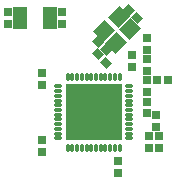
<source format=gts>
G04 Layer_Color=8388736*
%FSLAX24Y24*%
%MOIN*%
G70*
G01*
G75*
G04:AMPARAMS|DCode=30|XSize=53.2mil|YSize=49.3mil|CornerRadius=0mil|HoleSize=0mil|Usage=FLASHONLY|Rotation=225.000|XOffset=0mil|YOffset=0mil|HoleType=Round|Shape=Rectangle|*
%AMROTATEDRECTD30*
4,1,4,0.0014,0.0363,0.0363,0.0014,-0.0014,-0.0363,-0.0363,-0.0014,0.0014,0.0363,0.0*
%
%ADD30ROTATEDRECTD30*%

%ADD31O,0.0316X0.0139*%
%ADD32O,0.0139X0.0316*%
%ADD33R,0.1910X0.1910*%
%ADD34R,0.0277X0.0296*%
G04:AMPARAMS|DCode=35|XSize=25.7mil|YSize=29.6mil|CornerRadius=0mil|HoleSize=0mil|Usage=FLASHONLY|Rotation=45.000|XOffset=0mil|YOffset=0mil|HoleType=Round|Shape=Rectangle|*
%AMROTATEDRECTD35*
4,1,4,0.0014,-0.0196,-0.0196,0.0014,-0.0014,0.0196,0.0196,-0.0014,0.0014,-0.0196,0.0*
%
%ADD35ROTATEDRECTD35*%

%ADD36R,0.0257X0.0296*%
%ADD37R,0.0296X0.0257*%
%ADD38R,0.0257X0.0316*%
%ADD39R,0.0454X0.0769*%
D30*
X1221Y2782D02*
D03*
X832Y3171D02*
D03*
X748Y2308D02*
D03*
X358Y2698D02*
D03*
D31*
X-1191Y866D02*
D03*
Y709D02*
D03*
Y551D02*
D03*
Y394D02*
D03*
Y236D02*
D03*
Y79D02*
D03*
Y-79D02*
D03*
Y-236D02*
D03*
Y-394D02*
D03*
Y-551D02*
D03*
Y-709D02*
D03*
Y-866D02*
D03*
X1191D02*
D03*
Y-709D02*
D03*
Y-551D02*
D03*
Y-394D02*
D03*
Y-236D02*
D03*
Y-79D02*
D03*
Y79D02*
D03*
Y236D02*
D03*
Y394D02*
D03*
Y551D02*
D03*
Y709D02*
D03*
Y866D02*
D03*
D32*
X-866Y-1191D02*
D03*
X-709D02*
D03*
X-551D02*
D03*
X-394D02*
D03*
X-236D02*
D03*
X-79D02*
D03*
X79D02*
D03*
X236D02*
D03*
X394D02*
D03*
X551D02*
D03*
X709D02*
D03*
X866D02*
D03*
Y1191D02*
D03*
X709D02*
D03*
X551D02*
D03*
X394D02*
D03*
X236D02*
D03*
X79D02*
D03*
X-79D02*
D03*
X-236D02*
D03*
X-394D02*
D03*
X-551D02*
D03*
X-709D02*
D03*
X-866D02*
D03*
D33*
X0Y0D02*
D03*
D34*
X800Y-2027D02*
D03*
Y-1633D02*
D03*
D35*
X1181Y3409D02*
D03*
X1459Y3131D02*
D03*
X409Y2081D02*
D03*
X131Y2359D02*
D03*
X429Y1661D02*
D03*
X151Y1939D02*
D03*
D36*
X2170Y-803D02*
D03*
Y-1197D02*
D03*
X1790Y673D02*
D03*
Y1067D02*
D03*
Y2093D02*
D03*
Y2487D02*
D03*
X-1720Y921D02*
D03*
Y1315D02*
D03*
X1290Y1523D02*
D03*
Y1917D02*
D03*
X1840Y-803D02*
D03*
Y-1197D02*
D03*
X-1720Y-923D02*
D03*
Y-1317D02*
D03*
X-1050Y3337D02*
D03*
Y2943D02*
D03*
X-2850Y3337D02*
D03*
Y2943D02*
D03*
D37*
X2103Y1090D02*
D03*
X2497D02*
D03*
D38*
X1790Y347D02*
D03*
Y-27D02*
D03*
X2070Y-103D02*
D03*
Y-477D02*
D03*
X1790Y1767D02*
D03*
Y1393D02*
D03*
D39*
X-1458Y3140D02*
D03*
X-2442D02*
D03*
M02*

</source>
